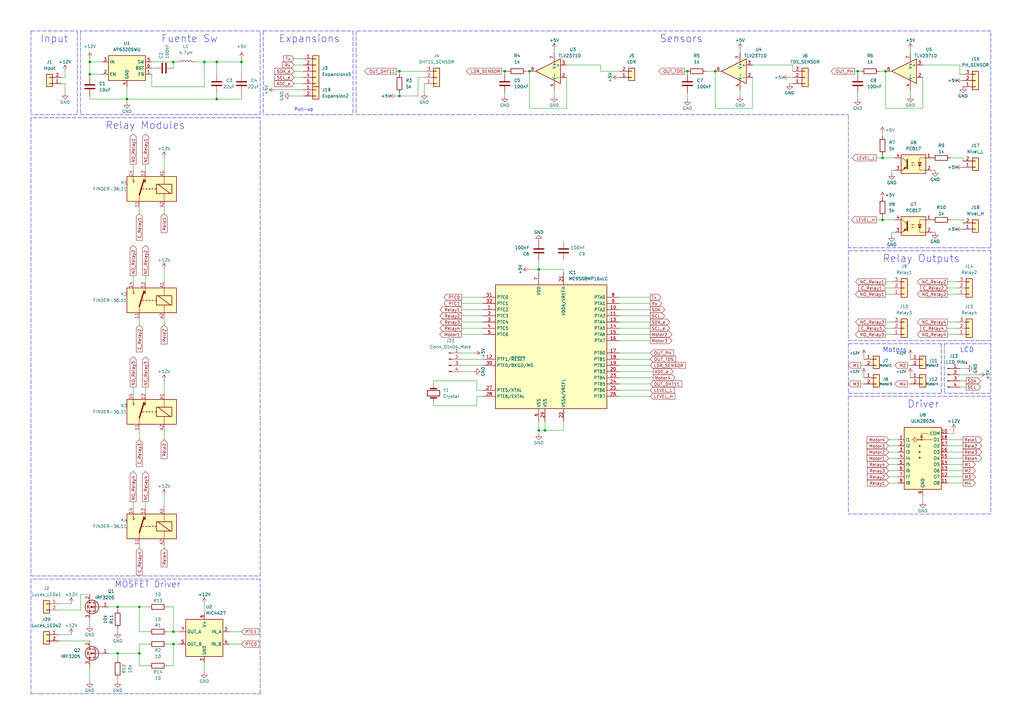
<source format=kicad_sch>
(kicad_sch (version 20211123) (generator eeschema)
  (paper "A3")
  (junction (at 223.52 176.53))
  (junction (at 99.06 25.4))
  (junction (at 351.79 29.21))
  (junction (at 88.9 25.4))
  (junction (at 71.12 25.4))
  (junction (at 361.95 90.17))
  (junction (at 57.15 248.92))
  (junction (at 83.82 25.4))
  (junction (at 36.83 30.48))
  (junction (at 88.9 40.64))
  (junction (at 363.22 29.21))
  (junction (at 163.83 29.21))
  (junction (at 281.94 29.21))
  (junction (at 293.37 29.21))
  (junction (at 220.98 176.53))
  (junction (at 57.15 267.97))
  (junction (at 52.07 40.64))
  (junction (at 71.12 259.08))
  (junction (at 220.98 110.49))
  (junction (at 361.95 64.77))
  (junction (at 48.26 267.97))
  (junction (at 48.26 248.92))
  (junction (at 217.17 29.21))
  (junction (at 71.12 264.16))
  (junction (at 207.01 29.21))
  (junction (at 163.83 39.37))
  (junction (at 36.83 25.4))
  (wire (pts (xy 364.49 198.12) (xy 368.3 198.12)))
  (wire (pts (xy 254 137.16) (xy 266.7 137.16)))
  (polyline (pts (xy 347.98 140.97) (xy 347.98 161.29)))
  (polyline (pts (xy 146.05 12.7) (xy 146.05 46.99)))
  (polyline (pts (xy 406.4 140.97) (xy 406.4 161.29)))
  (wire (pts (xy 71.12 27.94) (xy 71.12 25.4)))
  (wire (pts (xy 325.12 26.67) (xy 325.12 29.21)))
  (wire (pts (xy 163.83 29.21) (xy 162.56 29.21)))
  (polyline (pts (xy 12.7 48.26) (xy 12.7 236.22)))
  (wire (pts (xy 354.33 153.67) (xy 354.33 154.94)))
  (wire (pts (xy 67.31 64.77) (xy 67.31 69.85)))
  (wire (pts (xy 41.91 30.48) (xy 36.83 30.48)))
  (wire (pts (xy 67.31 224.79) (xy 67.31 223.52)))
  (wire (pts (xy 57.15 180.34) (xy 57.15 176.53)))
  (wire (pts (xy 67.31 133.35) (xy 67.31 130.81)))
  (polyline (pts (xy 12.7 12.7) (xy 31.75 12.7)))
  (wire (pts (xy 388.62 115.57) (xy 392.43 115.57)))
  (wire (pts (xy 68.58 248.92) (xy 71.12 248.92)))
  (wire (pts (xy 351.79 29.21) (xy 353.06 29.21)))
  (wire (pts (xy 120.65 34.29) (xy 124.46 34.29)))
  (wire (pts (xy 391.16 177.8) (xy 391.16 176.53)))
  (wire (pts (xy 36.83 39.37) (xy 36.83 40.64)))
  (wire (pts (xy 227.33 20.32) (xy 227.33 21.59)))
  (wire (pts (xy 373.38 20.32) (xy 373.38 21.59)))
  (wire (pts (xy 68.58 259.08) (xy 71.12 259.08)))
  (wire (pts (xy 254 129.54) (xy 266.7 129.54)))
  (wire (pts (xy 254 121.92) (xy 266.7 121.92)))
  (polyline (pts (xy 406.4 102.87) (xy 406.4 139.7)))
  (wire (pts (xy 389.89 64.77) (xy 394.97 64.77)))
  (wire (pts (xy 223.52 176.53) (xy 220.98 176.53)))
  (polyline (pts (xy 347.98 162.56) (xy 406.4 162.56)))
  (polyline (pts (xy 146.05 46.99) (xy 347.98 46.99)))
  (wire (pts (xy 254 127) (xy 266.7 127)))
  (wire (pts (xy 26.67 31.75) (xy 26.67 29.21)))
  (wire (pts (xy 359.41 64.77) (xy 361.95 64.77)))
  (wire (pts (xy 189.23 147.32) (xy 198.12 147.32)))
  (wire (pts (xy 231.14 172.72) (xy 231.14 176.53)))
  (polyline (pts (xy 347.98 102.87) (xy 347.98 139.7)))
  (wire (pts (xy 364.49 190.5) (xy 368.3 190.5)))
  (wire (pts (xy 52.07 35.56) (xy 52.07 40.64)))
  (wire (pts (xy 189.23 134.62) (xy 198.12 134.62)))
  (wire (pts (xy 48.26 279.4) (xy 48.26 278.13)))
  (wire (pts (xy 99.06 24.13) (xy 99.06 25.4)))
  (wire (pts (xy 217.17 44.45) (xy 232.41 44.45)))
  (wire (pts (xy 359.41 90.17) (xy 361.95 90.17)))
  (polyline (pts (xy 347.98 140.97) (xy 386.08 140.97)))
  (wire (pts (xy 217.17 110.49) (xy 220.98 110.49)))
  (polyline (pts (xy 347.98 162.56) (xy 347.98 210.82)))
  (wire (pts (xy 113.03 36.83) (xy 124.46 36.83)))
  (wire (pts (xy 189.23 144.78) (xy 194.31 144.78)))
  (wire (pts (xy 173.99 29.21) (xy 163.83 29.21)))
  (wire (pts (xy 363.22 115.57) (xy 365.76 115.57)))
  (wire (pts (xy 363.22 137.16) (xy 365.76 137.16)))
  (wire (pts (xy 48.26 257.81) (xy 48.26 259.08)))
  (wire (pts (xy 88.9 40.64) (xy 99.06 40.64)))
  (polyline (pts (xy 12.7 284.48) (xy 16.51 284.48)))
  (wire (pts (xy 33.02 250.19) (xy 24.13 250.19)))
  (wire (pts (xy 36.83 24.13) (xy 36.83 25.4)))
  (wire (pts (xy 254 134.62) (xy 266.7 134.62)))
  (wire (pts (xy 59.69 158.75) (xy 59.69 161.29)))
  (wire (pts (xy 120.65 29.21) (xy 124.46 29.21)))
  (wire (pts (xy 52.07 40.64) (xy 52.07 41.91)))
  (wire (pts (xy 354.33 146.05) (xy 354.33 147.32)))
  (wire (pts (xy 372.11 149.86) (xy 373.38 149.86)))
  (wire (pts (xy 351.79 30.48) (xy 351.79 29.21)))
  (wire (pts (xy 67.31 87.63) (xy 67.31 85.09)))
  (wire (pts (xy 364.49 193.04) (xy 368.3 193.04)))
  (wire (pts (xy 189.23 129.54) (xy 198.12 129.54)))
  (wire (pts (xy 36.83 243.84) (xy 33.02 243.84)))
  (wire (pts (xy 171.45 39.37) (xy 171.45 31.75)))
  (polyline (pts (xy 386.08 161.29) (xy 347.98 161.29)))
  (wire (pts (xy 48.26 248.92) (xy 48.26 250.19)))
  (polyline (pts (xy 406.4 101.6) (xy 347.98 101.6)))
  (wire (pts (xy 60.96 273.05) (xy 57.15 273.05)))
  (wire (pts (xy 363.22 120.65) (xy 365.76 120.65)))
  (wire (pts (xy 36.83 40.64) (xy 52.07 40.64)))
  (wire (pts (xy 36.83 30.48) (xy 36.83 31.75)))
  (wire (pts (xy 350.52 29.21) (xy 351.79 29.21)))
  (wire (pts (xy 254 157.48) (xy 266.7 157.48)))
  (wire (pts (xy 57.15 248.92) (xy 60.96 248.92)))
  (polyline (pts (xy 33.02 46.99) (xy 106.68 46.99)))
  (polyline (pts (xy 106.68 46.99) (xy 106.68 12.7)))
  (wire (pts (xy 388.62 132.08) (xy 392.43 132.08)))
  (wire (pts (xy 361.95 88.9) (xy 361.95 90.17)))
  (wire (pts (xy 83.82 25.4) (xy 80.01 25.4)))
  (wire (pts (xy 36.83 25.4) (xy 41.91 25.4)))
  (wire (pts (xy 59.69 205.74) (xy 59.69 208.28)))
  (wire (pts (xy 393.7 26.67) (xy 393.7 30.48)))
  (wire (pts (xy 71.12 259.08) (xy 73.66 259.08)))
  (wire (pts (xy 163.83 29.21) (xy 163.83 30.48)))
  (wire (pts (xy 67.31 203.2) (xy 67.31 208.28)))
  (wire (pts (xy 394.97 185.42) (xy 388.62 185.42)))
  (wire (pts (xy 361.95 63.5) (xy 361.95 64.77)))
  (wire (pts (xy 393.7 151.13) (xy 396.24 151.13)))
  (wire (pts (xy 99.06 30.48) (xy 99.06 25.4)))
  (wire (pts (xy 308.61 44.45) (xy 308.61 31.75)))
  (polyline (pts (xy 144.78 46.99) (xy 107.95 46.99)))
  (polyline (pts (xy 406.4 161.29) (xy 387.35 161.29)))
  (wire (pts (xy 365.76 69.85) (xy 367.03 69.85)))
  (polyline (pts (xy 31.75 12.7) (xy 31.75 46.99)))
  (wire (pts (xy 195.58 160.02) (xy 195.58 156.21)))
  (wire (pts (xy 24.13 260.35) (xy 29.21 260.35)))
  (wire (pts (xy 220.98 177.8) (xy 220.98 176.53)))
  (wire (pts (xy 57.15 273.05) (xy 57.15 267.97)))
  (wire (pts (xy 71.12 25.4) (xy 72.39 25.4)))
  (polyline (pts (xy 387.35 140.97) (xy 406.4 140.97)))
  (wire (pts (xy 378.46 26.67) (xy 393.7 26.67)))
  (wire (pts (xy 389.89 90.17) (xy 394.97 90.17)))
  (wire (pts (xy 52.07 40.64) (xy 88.9 40.64)))
  (wire (pts (xy 289.56 29.21) (xy 293.37 29.21)))
  (polyline (pts (xy 387.35 140.97) (xy 387.35 161.29)))
  (wire (pts (xy 54.61 158.75) (xy 54.61 161.29)))
  (polyline (pts (xy 347.98 102.87) (xy 406.4 102.87)))
  (wire (pts (xy 372.11 157.48) (xy 373.38 157.48)))
  (polyline (pts (xy 406.4 210.82) (xy 347.98 210.82)))
  (wire (pts (xy 54.61 205.74) (xy 54.61 208.28)))
  (wire (pts (xy 254 160.02) (xy 266.7 160.02)))
  (wire (pts (xy 71.12 248.92) (xy 71.12 259.08)))
  (wire (pts (xy 57.15 264.16) (xy 57.15 267.97)))
  (wire (pts (xy 62.23 35.56) (xy 83.82 35.56)))
  (wire (pts (xy 207.01 39.37) (xy 207.01 38.1)))
  (wire (pts (xy 195.58 162.56) (xy 195.58 166.37)))
  (wire (pts (xy 254 149.86) (xy 266.7 149.86)))
  (polyline (pts (xy 106.68 284.48) (xy 106.68 237.49)))
  (wire (pts (xy 365.76 71.12) (xy 365.76 69.85)))
  (wire (pts (xy 393.7 158.75) (xy 396.24 158.75)))
  (wire (pts (xy 361.95 64.77) (xy 367.03 64.77)))
  (wire (pts (xy 25.4 31.75) (xy 26.67 31.75)))
  (polyline (pts (xy 33.02 12.7) (xy 33.02 46.99)))
  (wire (pts (xy 57.15 248.92) (xy 57.15 259.08)))
  (wire (pts (xy 189.23 137.16) (xy 198.12 137.16)))
  (wire (pts (xy 36.83 279.4) (xy 36.83 273.05)))
  (wire (pts (xy 57.15 133.35) (xy 57.15 130.81)))
  (wire (pts (xy 88.9 38.1) (xy 88.9 40.64)))
  (wire (pts (xy 394.97 180.34) (xy 388.62 180.34)))
  (wire (pts (xy 26.67 34.29) (xy 26.67 38.1)))
  (wire (pts (xy 71.12 264.16) (xy 73.66 264.16)))
  (wire (pts (xy 177.8 156.21) (xy 177.8 157.48)))
  (wire (pts (xy 361.95 90.17) (xy 367.03 90.17)))
  (wire (pts (xy 360.68 29.21) (xy 363.22 29.21)))
  (wire (pts (xy 36.83 30.48) (xy 36.83 25.4)))
  (wire (pts (xy 254 154.94) (xy 267.97 154.94)))
  (wire (pts (xy 173.99 38.1) (xy 173.99 34.29)))
  (wire (pts (xy 303.53 20.32) (xy 303.53 21.59)))
  (wire (pts (xy 363.22 134.62) (xy 365.76 134.62)))
  (wire (pts (xy 394.97 90.17) (xy 394.97 91.44)))
  (wire (pts (xy 207.01 30.48) (xy 207.01 29.21)))
  (wire (pts (xy 195.58 166.37) (xy 177.8 166.37)))
  (wire (pts (xy 231.14 111.76) (xy 231.14 110.49)))
  (polyline (pts (xy 406.4 162.56) (xy 406.4 210.82)))
  (wire (pts (xy 364.49 182.88) (xy 368.3 182.88)))
  (wire (pts (xy 177.8 166.37) (xy 177.8 165.1)))
  (wire (pts (xy 254 144.78) (xy 266.7 144.78)))
  (wire (pts (xy 171.45 31.75) (xy 173.99 31.75)))
  (polyline (pts (xy 107.95 12.7) (xy 144.78 12.7)))
  (wire (pts (xy 365.76 96.52) (xy 365.76 95.25)))
  (wire (pts (xy 163.83 39.37) (xy 171.45 39.37)))
  (polyline (pts (xy 144.78 12.7) (xy 144.78 46.99)))
  (wire (pts (xy 215.9 29.21) (xy 217.17 29.21)))
  (wire (pts (xy 198.12 162.56) (xy 195.58 162.56)))
  (polyline (pts (xy 386.08 140.97) (xy 386.08 161.29)))
  (wire (pts (xy 83.82 271.78) (xy 83.82 275.59)))
  (wire (pts (xy 163.83 38.1) (xy 163.83 39.37)))
  (wire (pts (xy 364.49 185.42) (xy 368.3 185.42)))
  (wire (pts (xy 189.23 132.08) (xy 198.12 132.08)))
  (wire (pts (xy 388.62 177.8) (xy 391.16 177.8)))
  (wire (pts (xy 388.62 137.16) (xy 392.43 137.16)))
  (wire (pts (xy 280.67 29.21) (xy 281.94 29.21)))
  (wire (pts (xy 88.9 25.4) (xy 83.82 25.4)))
  (wire (pts (xy 373.38 39.37) (xy 373.38 36.83)))
  (wire (pts (xy 62.23 35.56) (xy 62.23 30.48)))
  (wire (pts (xy 67.31 156.21) (xy 67.31 161.29)))
  (wire (pts (xy 393.7 156.21) (xy 396.24 156.21)))
  (wire (pts (xy 361.95 54.61) (xy 361.95 55.88)))
  (wire (pts (xy 67.31 180.34) (xy 67.31 176.53)))
  (wire (pts (xy 351.79 40.64) (xy 351.79 38.1)))
  (wire (pts (xy 83.82 247.65) (xy 83.82 251.46)))
  (wire (pts (xy 189.23 152.4) (xy 194.31 152.4)))
  (wire (pts (xy 220.98 176.53) (xy 220.98 172.72)))
  (wire (pts (xy 220.98 106.68) (xy 220.98 110.49)))
  (wire (pts (xy 246.38 26.67) (xy 246.38 29.21)))
  (wire (pts (xy 62.23 25.4) (xy 71.12 25.4)))
  (wire (pts (xy 189.23 121.92) (xy 198.12 121.92)))
  (wire (pts (xy 162.56 39.37) (xy 163.83 39.37)))
  (wire (pts (xy 394.97 195.58) (xy 388.62 195.58)))
  (wire (pts (xy 189.23 127) (xy 198.12 127)))
  (polyline (pts (xy 12.7 12.7) (xy 12.7 46.99)))
  (wire (pts (xy 57.15 224.79) (xy 57.15 223.52)))
  (wire (pts (xy 33.02 243.84) (xy 33.02 250.19)))
  (wire (pts (xy 388.62 118.11) (xy 392.43 118.11)))
  (wire (pts (xy 383.54 69.85) (xy 382.27 69.85)))
  (wire (pts (xy 48.26 248.92) (xy 44.45 248.92)))
  (wire (pts (xy 378.46 44.45) (xy 378.46 31.75)))
  (wire (pts (xy 217.17 29.21) (xy 217.17 44.45)))
  (wire (pts (xy 220.98 110.49) (xy 220.98 111.76)))
  (wire (pts (xy 254 132.08) (xy 266.7 132.08)))
  (wire (pts (xy 393.7 153.67) (xy 401.32 153.67)))
  (polyline (pts (xy 106.68 12.7) (xy 33.02 12.7)))
  (wire (pts (xy 325.12 31.75) (xy 323.85 31.75)))
  (wire (pts (xy 353.06 149.86) (xy 354.33 149.86)))
  (wire (pts (xy 59.69 67.31) (xy 59.69 69.85)))
  (wire (pts (xy 24.13 262.89) (xy 36.83 262.89)))
  (wire (pts (xy 99.06 25.4) (xy 88.9 25.4)))
  (wire (pts (xy 232.41 26.67) (xy 246.38 26.67)))
  (wire (pts (xy 231.14 176.53) (xy 223.52 176.53)))
  (wire (pts (xy 363.22 132.08) (xy 365.76 132.08)))
  (wire (pts (xy 353.06 157.48) (xy 354.33 157.48)))
  (wire (pts (xy 60.96 259.08) (xy 57.15 259.08)))
  (wire (pts (xy 60.96 264.16) (xy 57.15 264.16)))
  (wire (pts (xy 24.13 247.65) (xy 29.21 247.65)))
  (wire (pts (xy 281.94 40.64) (xy 281.94 38.1)))
  (wire (pts (xy 83.82 35.56) (xy 83.82 25.4)))
  (polyline (pts (xy 106.68 237.49) (xy 12.7 237.49)))
  (polyline (pts (xy 406.4 12.7) (xy 146.05 12.7)))
  (wire (pts (xy 67.31 110.49) (xy 67.31 115.57)))
  (wire (pts (xy 383.54 95.25) (xy 382.27 95.25)))
  (polyline (pts (xy 31.75 46.99) (xy 12.7 46.99)))
  (polyline (pts (xy 16.51 284.48) (xy 106.68 284.48)))
  (wire (pts (xy 363.22 118.11) (xy 365.76 118.11)))
  (polyline (pts (xy 12.7 236.22) (xy 106.68 236.22)))
  (polyline (pts (xy 106.68 236.22) (xy 106.68 48.26)))
  (wire (pts (xy 54.61 67.31) (xy 54.61 69.85)))
  (wire (pts (xy 57.15 87.63) (xy 57.15 85.09)))
  (wire (pts (xy 99.06 38.1) (xy 99.06 40.64)))
  (wire (pts (xy 281.94 29.21) (xy 281.94 30.48)))
  (wire (pts (xy 48.26 267.97) (xy 44.45 267.97)))
  (polyline (pts (xy 406.4 46.99) (xy 406.4 101.6)))
  (wire (pts (xy 254 124.46) (xy 266.7 124.46)))
  (wire (pts (xy 68.58 273.05) (xy 71.12 273.05)))
  (wire (pts (xy 394.97 64.77) (xy 394.97 66.04)))
  (polyline (pts (xy 107.95 12.7) (xy 107.95 46.99)))
  (wire (pts (xy 88.9 30.48) (xy 88.9 25.4)))
  (wire (pts (xy 254 162.56) (xy 266.7 162.56)))
  (wire (pts (xy 254 152.4) (xy 267.97 152.4)))
  (wire (pts (xy 308.61 26.67) (xy 325.12 26.67)))
  (wire (pts (xy 393.7 30.48) (xy 394.97 30.48)))
  (wire (pts (xy 25.4 34.29) (xy 26.67 34.29)))
  (wire (pts (xy 48.26 267.97) (xy 57.15 267.97)))
  (wire (pts (xy 205.74 29.21) (xy 207.01 29.21)))
  (wire (pts (xy 373.38 146.05) (xy 373.38 147.32)))
  (wire (pts (xy 223.52 172.72) (xy 223.52 176.53)))
  (wire (pts (xy 365.76 95.25) (xy 367.03 95.25)))
  (wire (pts (xy 48.26 267.97) (xy 48.26 270.51)))
  (wire (pts (xy 364.49 187.96) (xy 368.3 187.96)))
  (wire (pts (xy 363.22 29.21) (xy 363.22 44.45)))
  (wire (pts (xy 364.49 195.58) (xy 368.3 195.58)))
  (wire (pts (xy 394.97 190.5) (xy 388.62 190.5)))
  (wire (pts (xy 68.58 264.16) (xy 71.12 264.16)))
  (wire (pts (xy 364.49 180.34) (xy 368.3 180.34)))
  (polyline (pts (xy 406.4 46.99) (xy 406.4 12.7)))
  (polyline (pts (xy 406.4 139.7) (xy 347.98 139.7)))
  (wire (pts (xy 189.23 124.46) (xy 198.12 124.46)))
  (wire (pts (xy 232.41 44.45) (xy 232.41 31.75)))
  (wire (pts (xy 231.14 110.49) (xy 220.98 110.49)))
  (wire (pts (xy 189.23 149.86) (xy 198.12 149.86)))
  (wire (pts (xy 195.58 156.21) (xy 177.8 156.21)))
  (polyline (pts (xy 347.98 101.6) (xy 347.98 46.99)))
  (wire (pts (xy 303.53 39.37) (xy 303.53 36.83)))
  (wire (pts (xy 93.98 264.16) (xy 99.06 264.16)))
  (wire (pts (xy 394.97 198.12) (xy 388.62 198.12)))
  (wire (pts (xy 93.98 259.08) (xy 99.06 259.08)))
  (wire (pts (xy 54.61 113.03) (xy 54.61 115.57)))
  (wire (pts (xy 293.37 29.21) (xy 293.37 44.45)))
  (wire (pts (xy 120.65 31.75) (xy 124.46 31.75)))
  (wire (pts (xy 198.12 160.02) (xy 195.58 160.02)))
  (polyline (pts (xy 12.7 237.49) (xy 12.7 284.48)))
  (wire (pts (xy 293.37 44.45) (xy 308.61 44.45)))
  (wire (pts (xy 120.65 24.13) (xy 124.46 24.13)))
  (wire (pts (xy 119.38 39.37) (xy 124.46 39.37)))
  (wire (pts (xy 71.12 273.05) (xy 71.12 264.16)))
  (wire (pts (xy 246.38 29.21) (xy 254 29.21)))
  (wire (pts (xy 394.97 193.04) (xy 388.62 193.04)))
  (wire (pts (xy 394.97 187.96) (xy 388.62 187.96)))
  (wire (pts (xy 373.38 153.67) (xy 373.38 154.94)))
  (wire (pts (xy 325.12 34.29) (xy 323.85 34.29)))
  (polyline (pts (xy 106.68 48.26) (xy 12.7 48.26)))
  (wire (pts (xy 59.69 113.03) (xy 59.69 115.57)))
  (wire (pts (xy 227.33 39.37) (xy 227.33 36.83)))
  (wire (pts (xy 36.83 256.54) (xy 36.83 254)))
  (wire (pts (xy 363.22 44.45) (xy 378.46 44.45)))
  (wire (pts (xy 378.46 203.2) (xy 378.46 205.74)))
  (wire (pts (xy 120.65 26.67) (xy 124.46 26.67)))
  (wire (pts (xy 254 147.32) (xy 266.7 147.32)))
  (wire (pts (xy 207.01 29.21) (xy 208.28 29.21)))
  (wire (pts (xy 394.97 182.88) (xy 388.62 182.88)))
  (wire (pts (xy 48.26 248.92) (xy 57.15 248.92)))
  (wire (pts (xy 388.62 134.62) (xy 392.43 134.62)))
  (wire (pts (xy 62.23 27.94) (xy 63.5 27.94)))
  (wire (pts (xy 388.62 120.65) (xy 392.43 120.65)))
  (wire (pts (xy 254 139.7) (xy 266.7 139.7)))
  (text "Motors\n" (at 361.95 144.78 0) (effects (font (size 2 2)) (justify left bottom)))
  (text "Pull-up\n" (at 120.65 45.72 0) (effects (font (size 1.27 1.27)) (justify left bottom)))
  (text "LCD" (at 393.7 144.78 0) (effects (font (size 2 2)) (justify left bottom)))
  (text "Relay Outputs" (at 361.95 107.95 0) (effects (font (size 3 3)) (justify left bottom)))
  (text "MOSFET Driver\n" (at 46.99 241.3 0) (effects (font (size 2.5 2.5)) (justify left bottom)))
  (text "Input\n" (at 16.51 17.78 0) (effects (font (size 3 3)) (justify left bottom)))
  (text "Sensors" (at 270.51 17.78 0) (effects (font (size 3 3)) (justify left bottom)))
  (text "Fuente Sw\n" (at 66.04 17.78 0) (effects (font (size 3 3)) (justify left bottom)))
  (text "Driver\n" (at 372.11 167.64 0) (effects (font (size 3 3)) (justify left bottom)))
  (text "Expansions\n" (at 114.3 17.78 0) (effects (font (size 3 3)) (justify left bottom)))
  (text "Relay Modules\n" (at 43.18 53.34 0) (effects (font (size 3 3)) (justify left bottom)))
  (global_label "Tx" (shape output) (at 266.7 121.92 0) (property "Intersheet References" "${INTERSHEET_REFS}" (effects hide)))
  (global_label "C_Relay1" (shape input) (at 363.22 118.11 180) (property "Intersheet References" "${INTERSHEET_REFS}" (effects hide)))
  (global_label "NC_Relay3" (shape output) (at 59.69 158.75 90) (property "Intersheet References" "${INTERSHEET_REFS}" (effects hide)))
  (global_label "Motor1" (shape output) (at 189.23 137.16 180) (property "Intersheet References" "${INTERSHEET_REFS}" (effects hide)))
  (global_label "Motor2" (shape input) (at 364.49 185.42 180) (property "Intersheet References" "${INTERSHEET_REFS}" (effects hide)))
  (global_label "NO_Relay4" (shape output) (at 54.61 205.74 90) (property "Intersheet References" "${INTERSHEET_REFS}" (effects hide)))
  (global_label "PTC0" (shape input) (at 99.06 264.16 0) (property "Intersheet References" "${INTERSHEET_REFS}" (effects hide)))
  (global_label "Rele2" (shape output) (at 394.97 182.88 0) (property "Intersheet References" "${INTERSHEET_REFS}" (effects hide)))
  (global_label "PTC1" (shape output) (at 189.23 124.46 180) (property "Intersheet References" "${INTERSHEET_REFS}" (effects hide)))
  (global_label "Relay4" (shape output) (at 189.23 134.62 180) (property "Intersheet References" "${INTERSHEET_REFS}" (effects hide)))
  (global_label "LEVEL_L" (shape input) (at 266.7 160.02 0) (property "Intersheet References" "${INTERSHEET_REFS}" (effects hide)))
  (global_label "SDA" (shape output) (at 266.7 127 0) (property "Intersheet References" "${INTERSHEET_REFS}" (effects hide)))
  (global_label "SCL_e" (shape input) (at 120.65 31.75 180) (property "Intersheet References" "${INTERSHEET_REFS}" (effects hide)))
  (global_label "PTC1" (shape input) (at 99.06 259.08 0) (property "Intersheet References" "${INTERSHEET_REFS}" (effects hide)))
  (global_label "C_Relay3" (shape input) (at 57.15 180.34 270) (property "Intersheet References" "${INTERSHEET_REFS}" (effects hide)))
  (global_label "Motor2" (shape output) (at 266.7 137.16 0) (property "Intersheet References" "${INTERSHEET_REFS}" (effects hide)))
  (global_label "OUT_TDS" (shape input) (at 266.7 147.32 0) (property "Intersheet References" "${INTERSHEET_REFS}" (effects hide)))
  (global_label "LDR_SENSOR" (shape output) (at 205.74 29.21 180) (property "Intersheet References" "${INTERSHEET_REFS}" (effects hide)))
  (global_label "SDA_e" (shape input) (at 120.65 29.21 180) (property "Intersheet References" "${INTERSHEET_REFS}" (effects hide)))
  (global_label "ADC_e" (shape input) (at 120.65 34.29 180) (property "Intersheet References" "${INTERSHEET_REFS}" (effects hide)))
  (global_label "NC_Relay4" (shape output) (at 59.69 205.74 90) (property "Intersheet References" "${INTERSHEET_REFS}" (effects hide)))
  (global_label "Relay3" (shape input) (at 364.49 193.04 180) (property "Intersheet References" "${INTERSHEET_REFS}" (effects hide)))
  (global_label "OUT_PH" (shape output) (at 350.52 29.21 180) (property "Intersheet References" "${INTERSHEET_REFS}" (effects hide)))
  (global_label "LEVEL_L" (shape output) (at 359.41 64.77 180) (property "Intersheet References" "${INTERSHEET_REFS}" (effects hide)))
  (global_label "LDR_SENSOR" (shape input) (at 266.7 149.86 0) (property "Intersheet References" "${INTERSHEET_REFS}" (effects hide)))
  (global_label "Relay2" (shape output) (at 189.23 129.54 180) (property "Intersheet References" "${INTERSHEET_REFS}" (effects hide)))
  (global_label "OUT_DHT11" (shape output) (at 162.56 29.21 180) (property "Intersheet References" "${INTERSHEET_REFS}" (effects hide)))
  (global_label "NC_Relay1" (shape output) (at 363.22 115.57 180) (property "Intersheet References" "${INTERSHEET_REFS}" (effects hide)))
  (global_label "PTC0" (shape output) (at 189.23 121.92 180) (property "Intersheet References" "${INTERSHEET_REFS}" (effects hide)))
  (global_label "Motor1" (shape input) (at 364.49 187.96 180) (property "Intersheet References" "${INTERSHEET_REFS}" (effects hide)))
  (global_label "SCL_e" (shape output) (at 266.7 134.62 0) (property "Intersheet References" "${INTERSHEET_REFS}" (effects hide)))
  (global_label "OUT_PH" (shape input) (at 266.7 144.78 0) (property "Intersheet References" "${INTERSHEET_REFS}" (effects hide)))
  (global_label "NO_Relay1" (shape output) (at 54.61 67.31 90) (property "Intersheet References" "${INTERSHEET_REFS}" (effects hide)))
  (global_label "SDA_e" (shape output) (at 266.7 132.08 0) (property "Intersheet References" "${INTERSHEET_REFS}" (effects hide)))
  (global_label "NO_Relay2" (shape output) (at 388.62 120.65 180) (property "Intersheet References" "${INTERSHEET_REFS}" (effects hide)))
  (global_label "M2" (shape output) (at 372.11 149.86 180) (property "Intersheet References" "${INTERSHEET_REFS}" (effects hide)))
  (global_label "NO_Relay2" (shape output) (at 54.61 113.03 90) (property "Intersheet References" "${INTERSHEET_REFS}" (effects hide)))
  (global_label "NO_Relay3" (shape output) (at 363.22 137.16 180) (property "Intersheet References" "${INTERSHEET_REFS}" (effects hide)))
  (global_label "Relay4" (shape input) (at 364.49 190.5 180) (property "Intersheet References" "${INTERSHEET_REFS}" (effects hide)))
  (global_label "SDA" (shape output) (at 396.24 156.21 0) (property "Intersheet References" "${INTERSHEET_REFS}" (effects hide)))
  (global_label "Tx" (shape input) (at 120.65 24.13 180) (property "Intersheet References" "${INTERSHEET_REFS}" (effects hide)))
  (global_label "NC_Relay2" (shape output) (at 388.62 115.57 180) (property "Intersheet References" "${INTERSHEET_REFS}" (effects hide)))
  (global_label "Rele4" (shape output) (at 394.97 187.96 0) (property "Intersheet References" "${INTERSHEET_REFS}" (effects hide)))
  (global_label "Rx" (shape input) (at 120.65 26.67 180) (property "Intersheet References" "${INTERSHEET_REFS}" (effects hide)))
  (global_label "Rele2" (shape input) (at 67.31 133.35 270) (property "Intersheet References" "${INTERSHEET_REFS}" (effects hide)))
  (global_label "Motor4" (shape input) (at 364.49 180.34 180) (property "Intersheet References" "${INTERSHEET_REFS}" (effects hide)))
  (global_label "NC_Relay2" (shape output) (at 59.69 113.03 90) (property "Intersheet References" "${INTERSHEET_REFS}" (effects hide)))
  (global_label "M4" (shape output) (at 394.97 198.12 0) (property "Intersheet References" "${INTERSHEET_REFS}" (effects hide)))
  (global_label "Rele3" (shape input) (at 67.31 180.34 270) (property "Intersheet References" "${INTERSHEET_REFS}" (effects hide)))
  (global_label "C_Relay2" (shape input) (at 57.15 133.35 270) (property "Intersheet References" "${INTERSHEET_REFS}" (effects hide)))
  (global_label "M1" (shape output) (at 394.97 190.5 0) (property "Intersheet References" "${INTERSHEET_REFS}" (effects hide)))
  (global_label "LEVEL_H" (shape output) (at 359.41 90.17 180) (property "Intersheet References" "${INTERSHEET_REFS}" (effects hide)))
  (global_label "SCL" (shape output) (at 266.7 129.54 0) (property "Intersheet References" "${INTERSHEET_REFS}" (effects hide)))
  (global_label "LEVEL_H" (shape input) (at 266.7 162.56 0) (property "Intersheet References" "${INTERSHEET_REFS}" (effects hide)))
  (global_label "Motor4" (shape output) (at 267.97 154.94 0) (property "Intersheet References" "${INTERSHEET_REFS}" (effects hide)))
  (global_label "ADC_e" (shape output) (at 267.97 152.4 0) (property "Intersheet References" "${INTERSHEET_REFS}" (effects hide)))
  (global_label "NC_Relay3" (shape output) (at 363.22 132.08 180) (property "Intersheet References" "${INTERSHEET_REFS}" (effects hide)))
  (global_label "Relay3" (shape output) (at 189.23 132.08 180) (property "Intersheet References" "${INTERSHEET_REFS}" (effects hide)))
  (global_label "OUT_DHT11" (shape input) (at 266.7 157.48 0) (property "Intersheet References" "${INTERSHEET_REFS}" (effects hide)))
  (global_label "NC_Relay1" (shape output) (at 59.69 67.31 90) (property "Intersheet References" "${INTERSHEET_REFS}" (effects hide)))
  (global_label "M2" (shape output) (at 394.97 193.04 0) (property "Intersheet References" "${INTERSHEET_REFS}" (effects hide)))
  (global_label "NO_Relay1" (shape output) (at 363.22 120.65 180) (property "Intersheet References" "${INTERSHEET_REFS}" (effects hide)))
  (global_label "Rele4" (shape input) (at 67.31 224.79 270) (property "Intersheet References" "${INTERSHEET_REFS}" (effects hide)))
  (global_label "M4" (shape output) (at 372.11 157.48 180) (property "Intersheet References" "${INTERSHEET_REFS}" (effects hide)))
  (global_label "C_Relay3" (shape input) (at 363.22 134.62 180) (property "Intersheet References" "${INTERSHEET_REFS}" (effects hide)))
  (global_label "Rele1" (shape input) (at 67.31 87.63 270) (property "Intersheet References" "${INTERSHEET_REFS}" (effects hide)))
  (global_label "Relay1" (shape output) (at 189.23 127 180) (property "Intersheet References" "${INTERSHEET_REFS}" (effects hide)))
  (global_label "C_Relay2" (shape input) (at 388.62 118.11 180) (property "Intersheet References" "${INTERSHEET_REFS}" (effects hide)))
  (global_label "C_Relay1" (shape input) (at 57.15 87.63 270) (property "Intersheet References" "${INTERSHEET_REFS}" (effects hide)))
  (global_label "NO_Relay4" (shape output) (at 388.62 137.16 180) (property "Intersheet References" "${INTERSHEET_REFS}" (effects hide)))
  (global_label "NC_Relay4" (shape output) (at 388.62 132.08 180) (property "Intersheet References" "${INTERSHEET_REFS}" (effects hide)))
  (global_label "M3" (shape output) (at 353.06 157.48 180) (property "Intersheet References" "${INTERSHEET_REFS}" (effects hide)))
  (global_label "OUT_TDS" (shape output) (at 280.67 29.21 180) (property "Intersheet References" "${INTERSHEET_REFS}" (effects hide)))
  (global_label "Motor3" (shape output) (at 266.7 139.7 0) (property "Intersheet References" "${INTERSHEET_REFS}" (effects hide)))
  (global_label "Rx" (shape output) (at 266.7 124.46 0) (property "Intersheet References" "${INTERSHEET_REFS}" (effects hide)))
  (global_label "Motor3" (shape input) (at 364.49 182.88 180) (property "Intersheet References" "${INTERSHEET_REFS}" (effects hide)))
  (global_label "M3" (shape output) (at 394.97 195.58 0) (property "Intersheet References" "${INTERSHEET_REFS}" (effects hide)))
  (global_label "NO_Relay3" (shape output) (at 54.61 158.75 90) (property "Intersheet References" "${INTERSHEET_REFS}" (effects hide)))
  (global_label "C_Relay4" (shape input) (at 57.15 224.79 270) (property "Intersheet References" "${INTERSHEET_REFS}" (effects hide)))
  (global_label "Relay1" (shape input) (at 364.49 198.12 180) (property "Intersheet References" "${INTERSHEET_REFS}" (effects hide)))
  (global_label "Rele1" (shape output) (at 394.97 180.34 0) (property "Intersheet References" "${INTERSHEET_REFS}" (effects hide)))
  (global_label "M1" (shape output) (at 353.06 149.86 180) (property "Intersheet References" "${INTERSHEET_REFS}" (effects hide)))
  (global_label "Rele3" (shape output) (at 394.97 185.42 0) (property "Intersheet References" "${INTERSHEET_REFS}" (effects hide)))
  (global_label "SCL" (shape output) (at 396.24 158.75 0) (property "Intersheet References" "${INTERSHEET_REFS}" (effects hide)))
  (global_label "C_Relay4" (shape input) (at 388.62 134.62 180) (property "Intersheet References" "${INTERSHEET_REFS}" (effects hide)))
  (global_label "Relay2" (shape input) (at 364.49 195.58 180) (property "Intersheet References" "${INTERSHEET_REFS}" (effects hide)))
  (symbol (lib_id "Device:R") (at 212.09 29.21 90) (unit 1)
    (property "Reference" "R4" (at 212.09 22.86 90))
    (property "Value" "1k" (at 212.09 25.4 90))
    (property "Footprint" "Resistor_SMD:R_0603_1608Metric" (effects hide))
  )
  (symbol (lib_id "power:GND") (at 220.98 177.8 0) (unit 1)
    (property "Reference" "#PWR05" (effects hide))
    (property "Value" "GND" (at 220.98 181.61 0))
  )
  (symbol (lib_id "power:GND") (at 173.99 38.1 0) (unit 1)
    (property "Reference" "#PWR0131" (effects hide))
    (property "Value" "GND" (at 173.99 41.91 0))
  )
  (symbol (lib_id "power:+12V") (at 29.21 260.35 0) (unit 1)
    (property "Reference" "#PWR011" (effects hide))
    (property "Value" "+12V" (at 29.21 256.54 0))
  )
  (symbol (lib_id "power:GND") (at 48.26 279.4 0) (unit 1)
    (property "Reference" "#PWR014" (effects hide))
    (property "Value" "GND" (at 48.26 283.21 0))
  )
  (symbol (lib_id "Connector_Generic:Conn_01x02") (at 400.05 93.98 0) (mirror x) (unit 1)
    (property "Reference" "J18" (at 400.05 85.09 0))
    (property "Value" "Nivel_H" (at 400.05 87.63 0))
    (property "Footprint" "TerminalBlock:TerminalBlock_bornier-2_P5.08mm" (effects hide))
  )
  (symbol (lib_id "Connector:Conn_01x04_Male") (at 184.15 147.32 0) (unit 1)
    (property "Reference" "J21" (at 184.785 139.7 0))
    (property "Value" "Conn_01x04_Male" (at 184.785 142.24 0))
  )
  (symbol (lib_id "Isolator:PC817") (at 374.65 92.71 0) (mirror y) (unit 1)
    (property "Reference" "U7" (at 374.65 83.82 0))
    (property "Value" "PC817" (at 374.65 86.36 0))
    (property "Footprint" "Package_DIP:DIP-4_W7.62mm" (effects hide))
    (property "Datasheet" "http://www.soselectronic.cz/a_info/resource/d/pc817.pdf" (effects hide))
  )
  (symbol (lib_id "power:+12V") (at 67.31 156.21 0) (unit 1)
    (property "Reference" "#PWR0143" (effects hide))
    (property "Value" "+12V" (at 67.31 152.4 0))
  )
  (symbol (lib_id "power:GND") (at 323.85 34.29 0) (unit 1)
    (property "Reference" "#PWR0105" (effects hide))
    (property "Value" "GND" (at 323.85 38.1 0))
  )
  (symbol (lib_id "power:GND") (at 36.83 279.4 0) (unit 1)
    (property "Reference" "#PWR012" (effects hide))
    (property "Value" "GND" (at 36.83 283.21 0))
  )
  (symbol (lib_id "Device:C") (at 281.94 34.29 0) (unit 1)
    (property "Reference" "C7" (at 285.75 33.0199 0) (effects (justify left)))
    (property "Value" "100nF" (at 285.75 35.5599 0) (effects (justify left)))
    (property "Footprint" "Capacitor_SMD:C_0603_1608Metric" (effects hide))
  )
  (symbol (lib_id "Connector_Generic:Conn_01x03") (at 397.51 134.62 0) (mirror x) (unit 1)
    (property "Reference" "J15" (at 397.51 125.73 0))
    (property "Value" "Relay4" (at 397.51 128.27 0))
    (property "Footprint" "TerminalBlock:TerminalBlock_bornier-3_P5.08mm" (effects hide))
  )
  (symbol (lib_id "power:GND") (at 119.38 39.37 270) (unit 1)
    (property "Reference" "#PWR02" (effects hide))
    (property "Value" "GND" (at 115.57 39.37 0))
  )
  (symbol (lib_id "power:+12V") (at 67.31 64.77 0) (unit 1)
    (property "Reference" "#PWR0140" (effects hide))
    (property "Value" "+12V" (at 67.31 60.96 0))
  )
  (symbol (lib_id "Device:R") (at 64.77 273.05 90) (unit 1)
    (property "Reference" "R14" (at 64.77 275.59 90))
    (property "Value" "10" (at 64.77 278.13 90))
    (property "Footprint" "Resistor_SMD:R_0603_1608Metric" (effects hide))
  )
  (symbol (lib_id "Connector_Generic:Conn_01x03") (at 400.05 33.02 0) (mirror x) (unit 1)
    (property "Reference" "J16" (at 400.05 24.13 0))
    (property "Value" "PH_SENSOR" (at 400.05 26.67 0))
    (property "Footprint" "TerminalBlock:TerminalBlock_bornier-3_P5.08mm" (effects hide))
  )
  (symbol (lib_id "Isolator:PC817") (at 374.65 67.31 0) (mirror y) (unit 1)
    (property "Reference" "U6" (at 374.65 58.42 0))
    (property "Value" "PC817" (at 374.65 60.96 0))
    (property "Footprint" "Package_DIP:DIP-4_W7.62mm" (effects hide))
    (property "Datasheet" "http://www.soselectronic.cz/a_info/resource/d/pc817.pdf" (effects hide))
  )
  (symbol (lib_id "power:GND") (at 52.07 41.91 0) (unit 1)
    (property "Reference" "#PWR0101" (effects hide))
    (property "Value" "GND" (at 52.07 45.72 0))
  )
  (symbol (lib_id "power:+5V") (at 361.95 54.61 0) (unit 1)
    (property "Reference" "#PWR0116" (effects hide))
    (property "Value" "+5V" (at 367.03 53.34 0) (effects (justify right)))
  )
  (symbol (lib_id "Device:R") (at 48.26 254 0) (unit 1)
    (property "Reference" "R11" (at 45.72 254 90))
    (property "Value" "10k" (at 43.18 254 90))
    (property "Footprint" "Resistor_SMD:R_0603_1608Metric" (effects hide))
  )
  (symbol (lib_id "power:GND") (at 394.97 35.56 0) (unit 1)
    (property "Reference" "#PWR0102" (effects hide))
    (property "Value" "GND" (at 394.97 39.37 0))
  )
  (symbol (lib_id "Device:C") (at 99.06 34.29 0) (unit 1)
    (property "Reference" "C4" (at 102.87 33.0199 0) (effects (justify left)))
    (property "Value" "22uf" (at 101.6 35.56 0) (effects (justify left)))
    (property "Footprint" "Capacitor_SMD:C_0603_1608Metric" (effects hide))
  )
  (symbol (lib_id "Device:L") (at 76.2 25.4 90) (unit 1)
    (property "Reference" "L1" (at 76.2 19.05 90))
    (property "Value" "4.7uH" (at 76.2 21.59 90))
    (property "Footprint" "Inductor_SMD:L_0603_1608Metric" (effects hide))
  )
  (symbol (lib_id "power:GND") (at 26.67 38.1 0) (unit 1)
    (property "Reference" "#PWR0133" (effects hide))
    (property "Value" "GND" (at 26.67 41.91 0))
  )
  (symbol (lib_id "power:GND") (at 227.33 39.37 0) (mirror y) (unit 1)
    (property "Reference" "#PWR0129" (effects hide))
    (property "Value" "GND" (at 227.33 43.18 0))
  )
  (symbol (lib_id "power:+5V") (at 99.06 24.13 0) (unit 1)
    (property "Reference" "#PWR0132" (effects hide))
    (property "Value" "+5V" (at 99.06 19.05 0))
  )
  (symbol (lib_id "power:+12V") (at 67.31 110.49 0) (unit 1)
    (property "Reference" "#PWR0141" (effects hide))
    (property "Value" "+12V" (at 67.31 106.68 0))
  )
  (symbol (lib_id "Device:R") (at 361.95 85.09 0) (unit 1)
    (property "Reference" "R8" (at 364.49 83.8199 0) (effects (justify left)))
    (property "Value" "5k" (at 364.49 86.3599 0) (effects (justify left)))
    (property "Footprint" "Resistor_SMD:R_0603_1608Metric" (effects hide))
  )
  (symbol (lib_id "Device:C") (at 36.83 35.56 0) (unit 1)
    (property "Reference" "C1" (at 40.64 34.2899 0) (effects (justify left)))
    (property "Value" "10uF" (at 40.64 36.8299 0) (effects (justify left)))
    (property "Footprint" "Capacitor_SMD:C_0603_1608Metric" (effects hide))
  )
  (symbol (lib_id "power:+5V") (at 323.85 31.75 90) (unit 1)
    (property "Reference" "#PWR0109" (effects hide))
    (property "Value" "+5V" (at 317.5 31.75 90) (effects (justify right)))
  )
  (symbol (lib_id "power:GND") (at 83.82 275.59 0) (unit 1)
    (property "Reference" "#PWR0136" (effects hide))
    (property "Value" "GND" (at 83.82 279.4 0))
  )
  (symbol (lib_id "Device:R") (at 356.87 29.21 90) (unit 1)
    (property "Reference" "R6" (at 356.87 22.86 90))
    (property "Value" "1k" (at 356.87 25.4 90))
    (property "Footprint" "Resistor_SMD:R_0603_1608Metric" (effects hide))
  )
  (symbol (lib_id "power:GND") (at 383.54 95.25 0) (unit 1)
    (property "Reference" "#PWR0119" (effects hide))
    (property "Value" "GND" (at 383.54 99.06 0))
  )
  (symbol (lib_id "power:GND") (at 365.76 71.12 0) (unit 1)
    (property "Reference" "#PWR0114" (effects hide))
    (property "Value" "GND" (at 365.76 74.93 0))
  )
  (symbol (lib_id "power:+12V") (at 391.16 176.53 0) (unit 1)
    (property "Reference" "#PWR0127" (effects hide))
    (property "Value" "+12V" (at 391.16 172.72 0))
  )
  (symbol (lib_id "MCU_NXP_S08:MC9S08MP16xLC") (at 226.06 142.24 0) (unit 1)
    (property "Reference" "IC1" (at 233.1594 111.76 0) (effects (justify left)))
    (property "Value" "MC9S08MP16xLC" (at 233.1594 114.3 0) (effects (justify left)))
    (property "Footprint" "Package_QFP:LQFP-32_7x7mm_P0.8mm" (effects hide))
    (property "Datasheet" "http://cache.nxp.com/files/microcontrollers/doc/ref_manual/MC9S08MP16RM.pdf" (effects hide))
  )
  (symbol (lib_id "power:+12V") (at 83.82 247.65 0) (unit 1)
    (property "Reference" "#PWR015" (effects hide))
    (property "Value" "+12V" (at 83.82 243.84 0))
  )
  (symbol (lib_id "Connector_Generic:Conn_01x02") (at 400.05 68.58 0) (mirror x) (unit 1)
    (property "Reference" "J17" (at 400.05 59.69 0))
    (property "Value" "Nivel_L" (at 400.05 62.23 0))
    (property "Footprint" "TerminalBlock:TerminalBlock_bornier-2_P5.08mm" (effects hide))
  )
  (symbol (lib_id "Device:C") (at 207.01 34.29 0) (unit 1)
    (property "Reference" "C5" (at 210.82 33.0199 0) (effects (justify left)))
    (property "Value" "100nF" (at 210.82 35.5599 0) (effects (justify left)))
    (property "Footprint" "Capacitor_SMD:C_0603_1608Metric" (effects hide))
  )
  (symbol (lib_id "Device:C") (at 220.98 102.87 0) (unit 1)
    (property "Reference" "C6" (at 217.17 104.14 0) (effects (justify right)))
    (property "Value" "100nF" (at 217.17 101.6 0) (effects (justify right)))
    (property "Footprint" "Capacitor_SMD:C_0603_1608Metric" (effects hide))
  )
  (symbol (lib_id "power:GND") (at 48.26 259.08 0) (unit 1)
    (property "Reference" "#PWR013" (effects hide))
    (property "Value" "GND" (at 48.26 262.89 0))
  )
  (symbol (lib_id "Connector_Generic:Conn_01x03") (at 370.84 134.62 0) (mirror x) (unit 1)
    (property "Reference" "J10" (at 370.84 125.73 0))
    (property "Value" "Relay3" (at 370.84 128.27 0))
    (property "Footprint" "TerminalBlock:TerminalBlock_bornier-3_P5.08mm" (effects hide))
  )
  (symbol (lib_id "power:GND") (at 281.94 40.64 0) (unit 1)
    (property "Reference" "#PWR0108" (effects hide))
    (property "Value" "GND" (at 281.94 44.45 0))
  )
  (symbol (lib_id "power:+5V") (at 401.32 153.67 270) (mirror x) (unit 1)
    (property "Reference" "#PWR0122" (effects hide))
    (property "Value" "+5V" (at 405.13 153.67 0))
  )
  (symbol (lib_id "power:+12V") (at 29.21 247.65 0) (unit 1)
    (property "Reference" "#PWR010" (effects hide))
    (property "Value" "+12V" (at 29.21 243.84 0))
  )
  (symbol (lib_id "Device:C") (at 231.14 102.87 0) (unit 1)
    (property "Reference" "C9" (at 240.03 104.14 0) (effects (justify right)))
    (property "Value" "100nF" (at 240.03 101.6 0) (effects (justify right)))
    (property "Footprint" "Capacitor_SMD:C_0603_1608Metric" (effects hide))
  )
  (symbol (lib_id "power:+12V") (at 67.31 203.2 0) (unit 1)
    (property "Reference" "#PWR0142" (effects hide))
    (property "Value" "+12V" (at 67.31 199.39 0))
  )
  (symbol (lib_id "power:GND") (at 396.24 151.13 90) (unit 1)
    (property "Reference" "#PWR0123" (effects hide))
    (property "Value" "GND" (at 400.05 151.13 0))
  )
  (symbol (lib_id "power:+5V") (at 303.53 20.32 0) (mirror y) (unit 1)
    (property "Reference" "#PWR0107" (effects hide))
    (property "Value" "+5V" (at 303.53 16.51 0))
  )
  (symbol (lib_id "Relay:FINDER-36.11") (at 62.23 168.91 0) (mirror y) (unit 1)
    (property "Reference" "K3" (at 49.53 166.37 0) (effects (justify right)))
    (property "Value" "FINDER-36.11" (at 38.1 168.91 0) (effects (justify right)))
    (property "Footprint" "Relay_THT:Relay_SPDT_Finder_36.11" (effects hide))
    (property "Datasheet" "https://gfinder.findernet.com/public/attachments/36/EN/S36EN.pdf" (effects hide))
  )
  (symbol (lib_id "Connector_Generic:Conn_01x02") (at 359.41 154.94 0) (unit 1)
    (property "Reference" "J8" (at 361.95 155.5749 0) (effects (justify left)))
    (property "Value" "Motor3" (at 360.68 157.48 0) (effects (font (size 1 1)) (justify left)))
    (property "Footprint" "TerminalBlock:TerminalBlock_bornier-2_P5.08mm" (effects hide))
  )
  (symbol (lib_id "Device:C") (at 351.79 34.29 0) (unit 1)
    (property "Reference" "C8" (at 356.87 33.0199 0) (effects (justify left)))
    (property "Value" "100nF" (at 355.6 35.5599 0) (effects (justify left)))
    (property "Footprint" "Capacitor_SMD:C_0603_1608Metric" (effects hide))
  )
  (symbol (lib_id "power:+5V") (at 373.38 20.32 0) (mirror y) (unit 1)
    (property "Reference" "#PWR0113" (effects hide))
    (property "Value" "+5V" (at 373.38 16.51 0))
  )
  (symbol (lib_id "Connector_Generic:Conn_01x03") (at 370.84 118.11 0) (mirror x) (unit 1)
    (property "Reference" "J9" (at 370.84 109.22 0))
    (property "Value" "Relay1" (at 370.84 111.76 0))
    (property "Footprint" "TerminalBlock:TerminalBlock_bornier-3_P5.08mm" (effects hide))
  )
  (symbol (lib_id "Device:R") (at 64.77 259.08 90) (unit 1)
    (property "Reference" "R1" (at 64.77 256.54 90))
    (property "Value" "10" (at 64.77 254 90))
    (property "Footprint" "Resistor_SMD:R_0603_1608Metric" (effects hide))
  )
  (symbol (lib_id "Connector_Generic:Conn_01x03") (at 330.2 31.75 0) (mirror x) (unit 1)
    (property "Reference" "J6" (at 330.2 22.86 0))
    (property "Value" "TDS_SENSOR" (at 330.2 25.4 0))
    (property "Footprint" "TerminalBlock:TerminalBlock_bornier-3_P5.08mm" (effects hide))
  )
  (symbol (lib_id "power:+12V") (at 373.38 153.67 0) (unit 1)
    (property "Reference" "#PWR09" (effects hide))
    (property "Value" "+12V" (at 369.57 152.4 0) (effects (font (size 1 1))))
  )
  (symbol (lib_id "power:+5V") (at 217.17 110.49 90) (mirror x) (unit 1)
    (property "Reference" "#PWR03" (effects hide))
    (property "Value" "+5V" (at 213.36 110.49 0))
  )
  (symbol (lib_id "power:+5V") (at 227.33 20.32 0) (mirror y) (unit 1)
    (property "Reference" "#PWR0125" (effects hide))
    (property "Value" "+5V" (at 227.33 16.51 0))
  )
  (symbol (lib_id "Device:C") (at 88.9 34.29 0) (unit 1)
    (property "Reference" "C3" (at 92.71 33.0199 0) (effects (justify left)))
    (property "Value" "22uF" (at 91.44 35.56 0) (effects (justify left)))
    (property "Footprint" "Capacitor_SMD:C_0603_1608Metric" (effects hide))
  )
  (symbol (lib_id "Connector_Generic:Conn_01x02") (at 378.46 154.94 0) (unit 1)
    (property "Reference" "J12" (at 381 155.5749 0) (effects (justify left)))
    (property "Value" "Motor4" (at 379.73 157.48 0) (effects (font (size 1 1)) (justify left)))
    (property "Footprint" "TerminalBlock:TerminalBlock_bornier-2_P5.08mm" (effects hide))
  )
  (symbol (lib_id "power:+5V") (at 394.97 33.02 90) (unit 1)
    (property "Reference" "#PWR0111" (effects hide))
    (property "Value" "+5V" (at 388.62 33.02 90) (effects (justify right)))
  )
  (symbol (lib_id "Connector_Generic:Conn_01x03") (at 179.07 31.75 0) (mirror x) (unit 1)
    (property "Reference" "J4" (at 179.07 22.86 0))
    (property "Value" "DHT11_SENSOR" (at 179.07 25.4 0))
    (property "Footprint" "TerminalBlock:TerminalBlock_bornier-3_P5.08mm" (effects hide))
  )
  (symbol (lib_id "power:+12V") (at 354.33 153.67 0) (unit 1)
    (property "Reference" "#PWR07" (effects hide))
    (property "Value" "+12V" (at 350.52 152.4 0) (effects (font (size 1 1))))
  )
  (symbol (lib_id "Connector_Generic:Conn_01x03") (at 397.51 118.11 0) (mirror x) (unit 1)
    (property "Reference" "J14" (at 397.51 109.22 0))
    (property "Value" "Relay2" (at 397.51 111.76 0))
    (property "Footprint" "TerminalBlock:TerminalBlock_bornier-3_P5.08mm" (effects hide))
  )
  (symbol (lib_id "Device:R") (at 48.26 274.32 180) (unit 1)
    (property "Reference" "R12" (at 50.8 274.32 90))
    (property "Value" "10k" (at 53.34 274.32 90))
    (property "Footprint" "Resistor_SMD:R_0603_1608Metric" (effects hide))
  )
  (symbol (lib_id "power:+5V") (at 394.97 68.58 90) (unit 1)
    (property "Reference" "#PWR0117" (effects hide))
    (property "Value" "+5V" (at 388.62 68.58 90) (effects (justify right)))
  )
  (symbol (lib_id "Driver_FET:MIC4427") (at 83.82 261.62 0) (mirror y) (unit 1)
    (property "Reference" "U2" (at 84.3406 248.92 0) (effects (justify right)))
    (property "Value" "MIC4427" (at 84.3406 251.46 0) (effects (justify right)))
    (property "Footprint" "Package_SO:SOIC-8_3.9x4.9mm_P1.27mm" (effects hide))
    (property "Datasheet" "http://ww1.microchip.com/downloads/en/DeviceDoc/mic4426.pdf" (effects hide))
  )
  (symbol (lib_id "Connector_Generic:Conn_01x02") (at 19.05 260.35 0) (mirror y) (unit 1)
    (property "Reference" "J20" (at 19.05 254 0))
    (property "Value" "Luces_LEDs2" (at 19.05 256.54 0))
    (property "Footprint" "TerminalBlock:TerminalBlock_bornier-2_P5.08mm" (effects hide))
  )
  (symbol (lib_id "power:+12V") (at 354.33 146.05 0) (unit 1)
    (property "Reference" "#PWR06" (effects hide))
    (property "Value" "+12V" (at 350.52 144.78 0) (effects (font (size 1 1))))
  )
  (symbol (lib_id "Connector_Generic:Conn_01x05") (at 129.54 29.21 0) (unit 1)
    (property "Reference" "J3" (at 132.08 27.9399 0) (effects (justify left)))
    (property "Value" "Expansions5" (at 132.08 30.4799 0) (effects (justify left)))
    (property "Footprint" "TerminalBlock:TerminalBlock_bornier-5_P5.08mm" (effects hide))
  )
  (symbol (lib_id "Transistor_FET:IRF3205") (at 39.37 267.97 0) (mirror y) (unit 1)
    (property "Reference" "Q2" (at 33.02 266.6999 0) (effects (justify left)))
    (property "Value" "IRF3205" (at 33.02 269.2399 0) (effects (justify left)))
    (property "Footprint" "Package_TO_SOT_THT:TO-220-3_Vertical" (effects hide))
    (property "Datasheet" "http://www.irf.com/product-info/datasheets/data/irf3205.pdf" (effects hide))
  )
  (symbol (lib_id "Transistor_FET:IRF3205") (at 39.37 248.92 0) (mirror y) (unit 1)
    (property "Reference" "Q1" (at 46.99 242.57 0) (effects (justify left)))
    (property "Value" "IRF3205" (at 46.99 245.11 0) (effects (justify left)))
    (property "Footprint" "Package_TO_SOT_THT:TO-220-3_Vertical" (effects hide))
    (property "Datasheet" "http://www.irf.com/product-info/datasheets/data/irf3205.pdf" (effects hide))
  )
  (symbol (lib_id "Connector_Generic:Conn_01x02") (at 378.46 147.32 0) (unit 1)
    (property "Reference" "J11" (at 381 147.9549 0) (effects (justify left)))
    (property "Value" "Motor2" (at 379.73 149.86 0) (effects (font (size 1 1)) (justify left)))
    (property "Footprint" "TerminalBlock:TerminalBlock_bornier-2_P5.08mm" (effects hide))
  )
  (symbol (lib_id "Device:C") (at 67.31 27.94 270) (unit 1)
    (property "Reference" "C2" (at 66.04 24.13 0) (effects (justify right)))
    (property "Value" "100nF" (at 68.58 24.13 0) (effects (justify right)))
    (property "Footprint" "Capacitor_SMD:C_0603_1608Metric" (effects hide))
  )
  (symbol (lib_id "Device:R") (at 285.75 29.21 90) (unit 1)
    (property "Reference" "R5" (at 285.75 22.86 90))
    (property "Value" "1k" (at 285.75 25.4 90))
    (property "Footprint" "Resistor_SMD:R_0603_1608Metric" (effects hide))
  )
  (symbol (lib_id "Relay:FINDER-36.11") (at 62.23 215.9 0) (mirror y) (unit 1)
    (property "Reference" "K4" (at 49.53 213.36 0) (effects (justify right)))
    (property "Value" "FINDER-36.11" (at 38.1 215.9 0) (effects (justify right)))
    (property "Footprint" "Relay_THT:Relay_SPDT_Finder_36.11" (effects hide))
    (property "Datasheet" "https://gfinder.findernet.com/public/attachments/36/EN/S36EN.pdf" (effects hide))
  )
  (symbol (lib_id "power:GND") (at 383.54 69.85 0) (unit 1)
    (property "Reference" "#PWR0115" (effects hide))
    (property "Value" "GND" (at 383.54 73.66 0))
  )
  (symbol (lib_id "Device:R") (at 163.83 34.29 0) (unit 1)
    (property "Reference" "R3" (at 166.37 33.0199 0) (effects (justify left)))
    (property "Value" "5k" (at 166.37 35.5599 0) (effects (justify left)))
    (property "Footprint" "Resistor_SMD:R_0603_1608Metric" (effects hide))
  )
  (symbol (lib_id "power:+5V") (at 113.03 36.83 90) (mirror x) (unit 1)
    (property "Reference" "#PWR01" (effects hide))
    (property "Value" "+5V" (at 109.22 36.83 0))
  )
  (symbol (lib_id "Connector_Generic:Conn_01x02") (at 359.41 147.32 0) (unit 1)
    (property "Reference" "J7" (at 361.95 147.9549 0) (effects (justify left)))
    (property "Value" "Motor1" (at 360.68 149.86 0) (effects (font (size 1 1)) (justify left)))
    (property "Footprint" "TerminalBlock:TerminalBlock_bornier-2_P5.08mm" (effects hide))
  )
  (symbol (lib_id "power:GND") (at 194.31 152.4 90) (unit 1)
    (property "Reference" "#PWR?" (effects hide))
    (property "Value" "GND" (at 198.12 152.4 0))
  )
  (symbol (lib_id "Device:R") (at 386.08 64.77 90) (unit 1)
    (property "Reference" "R9" (at 386.08 59.69 90))
    (property "Value" "1k" (at 386.08 62.23 90))
    (property "Footprint" "Resistor_SMD:R_0603_1608Metric" (effects hide))
  )
  (symbol (lib_id "power:GND") (at 207.01 39.37 0) (unit 1)
    (property "Reference" "#PWR0106" (effects hide))
    (property "Value" "GND" (at 207.01 43.18 0))
  )
  (symbol (lib_id "Amplifier_Operational:TLV2371D") (at 370.84 29.21 0) (mirror y) (unit 1)
    (property "Reference" "U5" (at 381 20.32 0))
    (property "Value" "TLV2371D" (at 379.73 22.86 0))
    (property "Footprint" "Package_SO:SOIC-8_3.9x4.9mm_P1.27mm" (effects hide))
    (property "Datasheet" "http://www.ti.com/lit/ds/symlink/tlv2375.pdf" (effects hide))
  )
  (symbol (lib_id "Relay:FINDER-36.11") (at 62.23 123.19 0) (mirror y) (unit 1)
    (property "Reference" "K2" (at 49.53 120.65 0) (effects (justify right)))
    (property "Value" "FINDER-36.11" (at 38.1 123.19 0) (effects (justify right)))
    (property "Footprint" "Relay_THT:Relay_SPDT_Finder_36.11" (effects hide))
    (property "Datasheet" "https://gfinder.findernet.com/public/attachments/36/EN/S36EN.pdf" (effects hide))
  )
  (symbol (lib_id "Connector_Generic:Conn_01x02") (at 20.32 34.29 180) (unit 1)
    (property "Reference" "J1" (at 20.32 25.4 0))
    (property "Value" "Input" (at 20.32 27.94 0))
    (property "Footprint" "TerminalBlock:TerminalBlock_bornier-2_P5.08mm" (effects hide))
  )
  (symbol (lib_id "power:GND") (at 303.53 39.37 0) (mirror y) (unit 1)
    (property "Reference" "#PWR0103" (effects hide))
    (property "Value" "GND" (at 303.53 43.18 0))
  )
  (symbol (lib_id "power:+12V") (at 36.83 24.13 0) (unit 1)
    (property "Reference" "#PWR0135" (effects hide))
    (property "Value" "+12V" (at 36.83 19.05 0))
  )
  (symbol (lib_id "power:GND") (at 36.83 256.54 0) (unit 1)
    (property "Reference" "#PWR0139" (effects hide))
    (property "Value" "GND" (at 36.83 260.35 0))
  )
  (symbol (lib_id "Connector:Conn_01x04_Male") (at 388.62 153.67 0) (unit 1)
    (property "Reference" "J13" (at 391.16 146.05 0))
    (property "Value" "LCD PINs" (at 392.43 148.59 0))
    (property "Footprint" "Connector_PinHeader_1.00mm:PinHeader_1x04_P1.00mm_Vertical" (effects hide))
  )
  (symbol (lib_id "Device:R") (at 386.08 90.17 90) (unit 1)
    (property "Reference" "R10" (at 386.08 85.09 90))
    (property "Value" "1k" (at 386.08 87.63 90))
    (property "Footprint" "Resistor_SMD:R_0603_1608Metric" (effects hide))
  )
  (symbol (lib_id "power:+5V") (at 162.56 39.37 90) (unit 1)
    (property "Reference" "#PWR0104" (effects hide))
    (property "Value" "+5V" (at 156.21 39.37 90) (effects (justify right)))
  )
  (symbol (lib_id "power:GND") (at 220.98 99.06 180) (unit 1)
    (property "Reference" "#PWR04" (effects hide))
    (property "Value" "GND" (at 220.98 95.25 0))
  )
  (symbol (lib_id "Connector_Generic:Conn_01x02") (at 129.54 36.83 0) (unit 1)
    (property "Reference" "J19" (at 132.08 36.8299 0) (effects (justify left)))
    (property "Value" "Expansion2" (at 132.08 39.3699 0) (effects (justify left)))
    (property "Footprint" "TerminalBlock:TerminalBlock_bornier-2_P5.08mm" (effects hide))
  )
  (symbol (lib_id "power:+12V") (at 373.38 146.05 0) (unit 1)
    (property "Reference" "#PWR08" (effects hide))
    (property "Value" "+12V" (at 369.57 144.78 0) (effects (font (size 1 1))))
  )
  (symbol (lib_id "Regulator_Switching:AP63205WU") (at 52.07 27.94 0) (unit 1)
    (property "Reference" "U1" (at 52.07 17.78 0))
    (property "Value" "AP63205WU" (at 52.07 20.32 0))
    (property "Footprint" "Package_TO_SOT_SMD:TSOT-23-6" (effects hide))
    (property "Datasheet" "https://www.diodes.com/assets/Datasheets/AP63200-AP63201-AP63203-AP63205.pdf" (effects hide))
  )
  (symbol (lib_id "power:GND") (at 351.79 40.64 0) (unit 1)
    (property "Reference" "#PWR0110" (effects hide))
    (property "Value" "GND" (at 351.79 44.45 0))
  )
  (symbol (lib_id "Device:R") (at 64.77 248.92 90) (unit 1)
    (property "Reference" "R13" (at 64.77 246.38 90))
    (property "Value" "10" (at 64.77 243.84 90))
    (property "Footprint" "Resistor_SMD:R_0603_1608Metric" (effects hide))
  )
  (symbol (lib_id "Relay:FINDER-36.11") (at 62.23 77.47 0) (mirror y) (unit 1)
    (property "Reference" "K1" (at 49.53 74.93 0) (effects (justify right)))
    (property "Value" "FINDER-36.11" (at 38.1 77.47 0) (effects (justify right)))
    (property "Footprint" "Relay_THT:Relay_SPDT_Finder_36.11" (effects hide))
    (property "Datasheet" "https://gfinder.findernet.com/public/attachments/36/EN/S36EN.pdf" (effects hide))
  )
  (symbol (lib_id "power:+5V") (at 361.95 81.28 0) (unit 1)
    (property "Reference" "#PWR0118" (effects hide))
    (property "Value" "+5V" (at 367.03 80.01 0) (effects (justify right)))
  )
  (symbol (lib_id "Amplifier_Operational:TLV2371D") (at 224.79 29.21 0) (mirror y) (unit 1)
    (property "Reference" "U3" (at 234.95 20.32 0))
    (property "Value" "TLV2371D" (at 233.68 22.86 0))
    (property "Footprint" "Package_SO:SOIC-8_3.9x4.9mm_P1.27mm" (effects hide))
    (property "Datasheet" "http://www.ti.com/lit/ds/symlink/tlv2375.pdf" (effects hide))
  )
  (symbol (lib_id "Connector_Generic:Conn_01x02") (at 259.08 31.75 0) (mirror x) (unit 1)
    (property "Reference" "J5" (at 259.08 22.86 0))
    (property "Value" "LDR" (at 259.08 25.4 0))
    (property "Footprint" "TerminalBlock:TerminalBlock_bornier-2_P5.08mm" (effects hide))
  )
  (symbol (lib_id "Device:Crystal") (at 177.8 161.29 90) (unit 1)
    (property "Reference" "Y1" (at 181.61 160.0199 90) (effects (justify right)))
    (property "Value" "Crystal" (at 181.61 162.5599 90) (effects (justify right)))
  )
  (symbol (lib_id "Device:R") (at 64.77 264.16 90) (unit 1)
    (property "Reference" "R2" (at 64.77 266.7 90))
    (property "Value" "10" (at 64.77 269.24 90))
    (property "Footprint" "Resistor_SMD:R_0603_1608Metric" (effects hide))
  )
  (symbol (lib_id "power:+5V") (at 254 31.75 90) (mirror x) (unit 1)
    (property "Reference" "#PWR0126" (effects hide))
    (property "Value" "+5V" (at 250.19 31.75 0))
  )
  (symbol (lib_id "power:+5V") (at 394.97 93.98 90) (unit 1)
    (property "Reference" "#PWR0121" (effects hide))
    (property "Value" "+5V" (at 388.62 93.98 90) (effects (justify right)))
  )
  (symbol (lib_id "power:GND") (at 365.76 96.52 0) (unit 1)
    (property "Reference" "#PWR0120" (effects hide))
    (property "Value" "GND" (at 365.76 100.33 0))
  )
  (symbol (lib_id "Amplifier_Operational:TLV2371D") (at 300.99 29.21 0) (mirror y) (unit 1)
    (property "Reference" "U4" (at 311.15 20.32 0))
    (property "Value" "TLV2371D" (at 309.88 22.86 0))
    (property "Footprint" "Package_SO:SOIC-8_3.9x4.9mm_P1.27mm" (effects hide))
    (property "Datasheet" "http://www.ti.com/lit/ds/symlink/tlv2375.pdf" (effects hide))
  )
  (symbol (lib_id "power:+5V") (at 194.31 144.78 270) (mirror x) (unit 1)
    (property "Reference" "#PWR?" (effects hide))
    (property "Value" "+5V" (at 198.12 144.78 0))
  )
  (symbol (lib_id "Connector_Generic:Conn_01x02") (at 19.05 247.65 0) (mirror y) (unit 1)
    (property "Reference" "J2" (at 19.05 241.3 0))
    (property "Value" "Luces_LEDs1" (at 19.05 243.84 0))
    (property "Footprint" "TerminalBlock:TerminalBlock_bornier-2_P5.08mm" (effects hide))
  )
  (symbol (lib_id "power:GND") (at 373.38 39.37 0) (mirror y) (unit 1)
    (property "Reference" "#PWR0112" (effects hide))
    (property "Value" "GND" (at 373.38 43.18 0))
  )
  (symbol (lib_id "Transistor_Array:ULN2803A") (at 378.46 185.42 0) (unit 1)
    (property "Reference" "U8" (at 378.46 170.18 0))
    (property "Value" "ULN2803A" (at 378.46 172.72 0))
    (property "Footprint" "Package_SO:SOIC-18W_7.5x11.6mm_P1.27mm" (effects hide))
    (property "Datasheet" "http://www.ti.com/lit/ds/symlink/uln2803a.pdf" (effects hide))
  )
  (symbol (lib_id "power:GND") (at 378.46 205.74 0) (unit 1)
    (property "Reference" "#PWR0128" (effects hide))
    (property "Value" "GND" (at 378.46 209.55 0))
  )
  (symbol (lib_id "power:+12V") (at 26.67 29.21 0) (unit 1)
    (property "Reference" "#PWR0134" (effects hide))
    (property "Value" "+12V" (at 26.67 25.4 0))
  )
  (symbol (lib_id "Device:R") (at 361.95 59.69 0) (unit 1)
    (property "Reference" "R7" (at 364.49 58.4199 0) (effects (justify left)))
    (property "Value" "5k" (at 364.49 60.9599 0) (effects (justify left)))
    (property "Footprint" "Resistor_SMD:R_0603_1608Metric" (effects hide))
  )
)
</source>
